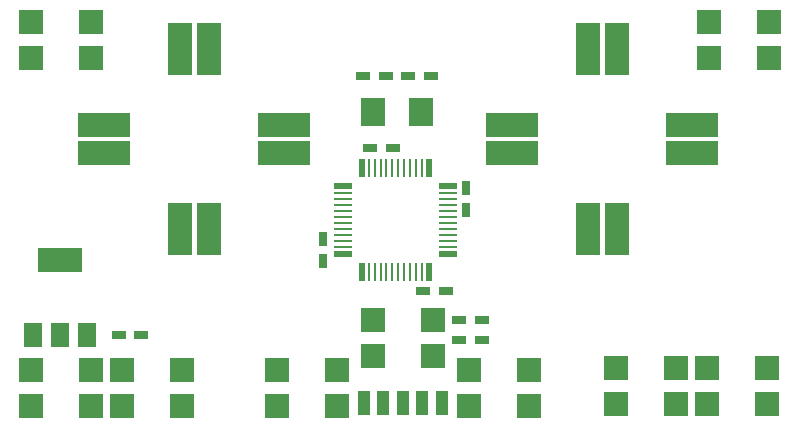
<source format=gtp>
G04 (created by PCBNEW (22-Jun-2014 BZR 4027)-stable) date Wed 20 Dec 2017 04:57:12 PM CST*
%MOIN*%
G04 Gerber Fmt 3.4, Leading zero omitted, Abs format*
%FSLAX34Y34*%
G01*
G70*
G90*
G04 APERTURE LIST*
%ADD10C,0.00393701*%
%ADD11R,0.149606X0.0787402*%
%ADD12R,0.0590551X0.0787402*%
%ADD13R,0.0472441X0.0295276*%
%ADD14R,0.0787402X0.177165*%
%ADD15R,0.177165X0.0787402*%
%ADD16R,0.0787402X0.0944882*%
%ADD17R,0.0295276X0.0472441*%
%ADD18R,0.0787402X0.0787402*%
%ADD19R,0.0393701X0.0787402*%
%ADD20R,0.0110236X0.0590551*%
%ADD21R,0.019685X0.0590551*%
%ADD22R,0.0590551X0.019685*%
%ADD23R,0.0590551X0.0110236*%
G04 APERTURE END LIST*
G54D10*
G54D11*
X88120Y-71439D03*
G54D12*
X88120Y-73920D03*
X89025Y-73920D03*
X87214Y-73920D03*
G54D13*
X102174Y-74100D03*
X101425Y-74100D03*
G54D14*
X93072Y-64400D03*
X92127Y-64400D03*
X106672Y-64400D03*
X105727Y-64400D03*
X106672Y-70400D03*
X105727Y-70400D03*
X93072Y-70400D03*
X92127Y-70400D03*
G54D15*
X109200Y-66927D03*
X109200Y-67872D03*
X95600Y-66927D03*
X95600Y-67872D03*
X89600Y-66927D03*
X89600Y-67872D03*
X103200Y-66927D03*
X103200Y-67872D03*
G54D16*
X98542Y-66500D03*
X100157Y-66500D03*
G54D13*
X100474Y-65300D03*
X99725Y-65300D03*
X98225Y-65300D03*
X98974Y-65300D03*
X101425Y-73450D03*
X102174Y-73450D03*
G54D17*
X96900Y-70725D03*
X96900Y-71474D03*
G54D13*
X99214Y-67700D03*
X98465Y-67700D03*
X100225Y-72460D03*
X100974Y-72460D03*
G54D17*
X101650Y-69025D03*
X101650Y-69774D03*
G54D18*
X98550Y-74650D03*
X98550Y-73450D03*
X100550Y-73450D03*
X100550Y-74650D03*
X87150Y-64700D03*
X87150Y-63500D03*
X89150Y-63500D03*
X89150Y-64700D03*
X109750Y-64700D03*
X109750Y-63500D03*
X111750Y-63500D03*
X111750Y-64700D03*
X95350Y-76300D03*
X95350Y-75100D03*
X97350Y-75100D03*
X97350Y-76300D03*
X101750Y-76300D03*
X101750Y-75100D03*
X103750Y-75100D03*
X103750Y-76300D03*
X109700Y-76250D03*
X109700Y-75050D03*
X111700Y-75050D03*
X111700Y-76250D03*
X106650Y-76250D03*
X106650Y-75050D03*
X108650Y-75050D03*
X108650Y-76250D03*
X87150Y-76300D03*
X87150Y-75100D03*
X89150Y-75100D03*
X89150Y-76300D03*
X90200Y-76300D03*
X90200Y-75100D03*
X92200Y-75100D03*
X92200Y-76300D03*
G54D19*
X98250Y-76200D03*
X98900Y-76200D03*
X99550Y-76200D03*
X100200Y-76200D03*
X100850Y-76200D03*
G54D20*
X99792Y-68357D03*
X99595Y-68357D03*
X99398Y-68357D03*
X99201Y-68357D03*
X99004Y-68357D03*
G54D21*
X100422Y-68357D03*
G54D20*
X100185Y-68357D03*
X99988Y-68357D03*
G54D22*
X97557Y-68977D03*
G54D23*
X97557Y-69214D03*
X97557Y-69411D03*
X97557Y-69607D03*
X97557Y-69804D03*
X97557Y-70001D03*
X97557Y-70198D03*
X97557Y-70395D03*
G54D21*
X98177Y-71842D03*
G54D20*
X98414Y-71842D03*
X98611Y-71842D03*
X98807Y-71842D03*
X99004Y-71842D03*
X99201Y-71842D03*
X99398Y-71842D03*
X99595Y-71842D03*
G54D22*
X101042Y-71222D03*
G54D23*
X101042Y-70985D03*
X101042Y-70788D03*
X101042Y-70592D03*
X101042Y-70395D03*
X101042Y-70198D03*
X101042Y-70001D03*
X101042Y-69804D03*
G54D20*
X98807Y-68357D03*
X98611Y-68357D03*
X98414Y-68357D03*
G54D21*
X98177Y-68357D03*
G54D23*
X97557Y-70592D03*
X97557Y-70788D03*
X97557Y-70985D03*
G54D22*
X97557Y-71222D03*
G54D20*
X99792Y-71842D03*
X99988Y-71842D03*
X100185Y-71842D03*
G54D21*
X100422Y-71842D03*
G54D23*
X101042Y-69607D03*
X101042Y-69411D03*
X101042Y-69214D03*
G54D22*
X101042Y-68977D03*
G54D13*
X90085Y-73920D03*
X90834Y-73920D03*
M02*

</source>
